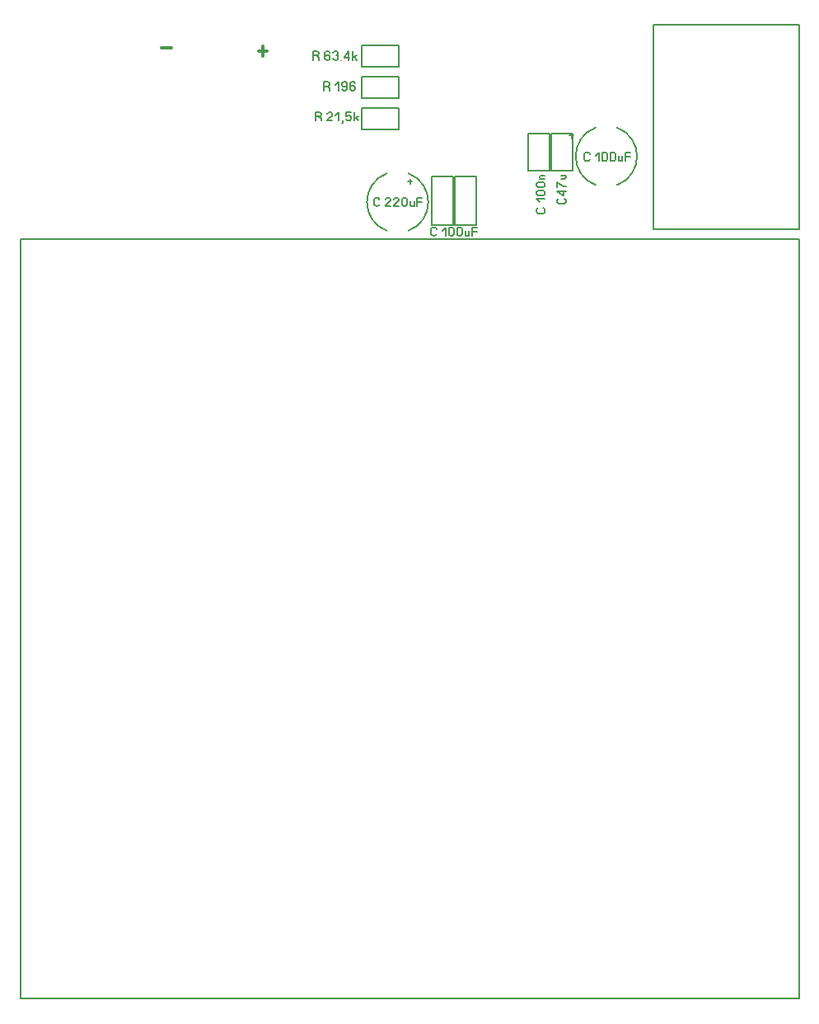
<source format=gbr>
%FSLAX34Y34*%
%MOMM*%
%LNSILK_TOP*%
G71*
G01*
%ADD10C,0.200*%
%ADD11C,0.159*%
%ADD12C,0.150*%
%ADD13C,0.318*%
%LPD*%
G54D10*
X740000Y140000D02*
X590000Y140000D01*
X590000Y-70000D01*
X740000Y-70000D01*
X740000Y140000D01*
G54D10*
X-60000Y-80000D02*
X740000Y-80000D01*
X740000Y-860000D01*
X-60000Y-860000D01*
X-60000Y-80000D01*
G54D11*
X243667Y108444D02*
X245667Y107333D01*
X246333Y106222D01*
X246333Y104000D01*
G54D11*
X241000Y104000D02*
X241000Y112889D01*
X244333Y112889D01*
X245667Y112333D01*
X246333Y111222D01*
X246333Y110111D01*
X245667Y109000D01*
X244333Y108444D01*
X241000Y108444D01*
G54D11*
X258021Y111222D02*
X257355Y112333D01*
X256021Y112889D01*
X254688Y112889D01*
X253355Y112333D01*
X252688Y111222D01*
X252688Y108444D01*
X252688Y107889D01*
X254688Y109000D01*
X256021Y109000D01*
X257355Y108444D01*
X258021Y107333D01*
X258021Y105667D01*
X257355Y104556D01*
X256021Y104000D01*
X254688Y104000D01*
X253355Y104556D01*
X252688Y105667D01*
X252688Y108444D01*
G54D11*
X261132Y111222D02*
X261799Y112333D01*
X263132Y112889D01*
X264465Y112889D01*
X265799Y112333D01*
X266465Y111222D01*
X266465Y110111D01*
X265799Y109000D01*
X264465Y108444D01*
X265799Y107889D01*
X266465Y106778D01*
X266465Y105667D01*
X265799Y104556D01*
X264465Y104000D01*
X263132Y104000D01*
X261799Y104556D01*
X261132Y105667D01*
G54D11*
X269576Y104000D02*
X269576Y104000D01*
G54D11*
X276687Y104000D02*
X276687Y112889D01*
X272687Y107333D01*
X272687Y106222D01*
X278020Y106222D01*
G54D11*
X281131Y104000D02*
X281131Y112889D01*
G54D11*
X283131Y107333D02*
X285131Y104000D01*
G54D11*
X281131Y106222D02*
X285131Y109000D01*
G54D11*
X254667Y76944D02*
X256667Y75833D01*
X257333Y74722D01*
X257333Y72500D01*
G54D11*
X252000Y72500D02*
X252000Y81389D01*
X255333Y81389D01*
X256667Y80833D01*
X257333Y79722D01*
X257333Y78611D01*
X256667Y77500D01*
X255333Y76944D01*
X252000Y76944D01*
G54D11*
X263688Y78056D02*
X267021Y81389D01*
X267021Y72500D01*
G54D11*
X270132Y74167D02*
X270799Y73056D01*
X272132Y72500D01*
X273465Y72500D01*
X274799Y73056D01*
X275465Y74167D01*
X275465Y76944D01*
X275465Y77500D01*
X273465Y76389D01*
X272132Y76389D01*
X270799Y76944D01*
X270132Y78056D01*
X270132Y79722D01*
X270799Y80833D01*
X272132Y81389D01*
X273465Y81389D01*
X274799Y80833D01*
X275465Y79722D01*
X275465Y76944D01*
G54D11*
X283909Y79722D02*
X283243Y80833D01*
X281909Y81389D01*
X280576Y81389D01*
X279243Y80833D01*
X278576Y79722D01*
X278576Y76944D01*
X278576Y76389D01*
X280576Y77500D01*
X281909Y77500D01*
X283243Y76944D01*
X283909Y75833D01*
X283909Y74167D01*
X283243Y73056D01*
X281909Y72500D01*
X280576Y72500D01*
X279243Y73056D01*
X278576Y74167D01*
X278576Y76944D01*
G54D11*
X246167Y45944D02*
X248167Y44833D01*
X248833Y43722D01*
X248833Y41500D01*
G54D11*
X243500Y41500D02*
X243500Y50389D01*
X246833Y50389D01*
X248167Y49833D01*
X248833Y48722D01*
X248833Y47611D01*
X248167Y46500D01*
X246833Y45944D01*
X243500Y45944D01*
G54D11*
X260521Y41500D02*
X255188Y41500D01*
X255188Y42056D01*
X255855Y43167D01*
X259855Y46500D01*
X260521Y47611D01*
X260521Y48722D01*
X259855Y49833D01*
X258521Y50389D01*
X257188Y50389D01*
X255855Y49833D01*
X255188Y48722D01*
G54D11*
X263632Y47056D02*
X266965Y50389D01*
X266965Y41500D01*
G54D11*
X271409Y41500D02*
X271409Y40389D01*
X270743Y39278D01*
X270076Y39278D01*
G54D11*
X279853Y50389D02*
X274520Y50389D01*
X274520Y46500D01*
X275187Y46500D01*
X276520Y47056D01*
X277853Y47056D01*
X279187Y46500D01*
X279853Y45389D01*
X279853Y43167D01*
X279187Y42056D01*
X277853Y41500D01*
X276520Y41500D01*
X275187Y42056D01*
X274520Y43167D01*
G54D11*
X282964Y41500D02*
X282964Y50389D01*
G54D11*
X284964Y44833D02*
X286964Y41500D01*
G54D11*
X282964Y43722D02*
X286964Y46500D01*
G54D11*
X477253Y-48160D02*
X478364Y-48827D01*
X478919Y-50160D01*
X478920Y-51493D01*
X478364Y-52827D01*
X477253Y-53493D01*
X471697Y-53493D01*
X470586Y-52827D01*
X470031Y-51493D01*
X470031Y-50160D01*
X470586Y-48827D01*
X471697Y-48160D01*
G54D11*
X473364Y-41805D02*
X470031Y-38472D01*
X478919Y-38472D01*
G54D11*
X471697Y-30028D02*
X477253Y-30028D01*
X478364Y-30695D01*
X478919Y-32028D01*
X478919Y-33361D01*
X478364Y-34695D01*
X477253Y-35361D01*
X471697Y-35361D01*
X470586Y-34695D01*
X470031Y-33361D01*
X470031Y-32028D01*
X470586Y-30695D01*
X471697Y-30028D01*
G54D11*
X471697Y-21584D02*
X477253Y-21584D01*
X478364Y-22251D01*
X478919Y-23584D01*
X478920Y-24917D01*
X478364Y-26251D01*
X477253Y-26917D01*
X471697Y-26917D01*
X470586Y-26251D01*
X470031Y-24917D01*
X470031Y-23584D01*
X470586Y-22251D01*
X471697Y-21584D01*
G54D11*
X478919Y-18473D02*
X473920Y-18473D01*
G54D11*
X475031Y-18473D02*
X474253Y-17807D01*
X473919Y-16473D01*
X474253Y-15140D01*
X475031Y-14473D01*
X478920Y-14473D01*
G54D11*
X498650Y-38416D02*
X499762Y-39082D01*
X500317Y-40416D01*
X500317Y-41749D01*
X499762Y-43082D01*
X498650Y-43749D01*
X493095Y-43749D01*
X491984Y-43082D01*
X491428Y-41749D01*
X491428Y-40416D01*
X491984Y-39082D01*
X493095Y-38416D01*
G54D11*
X500317Y-31305D02*
X491428Y-31305D01*
X496984Y-35305D01*
X498095Y-35305D01*
X498095Y-29972D01*
G54D11*
X491428Y-26861D02*
X491428Y-21528D01*
X492539Y-22194D01*
X494206Y-23528D01*
X496428Y-24861D01*
X498095Y-25528D01*
X500317Y-25528D01*
G54D11*
X495317Y-14417D02*
X500317Y-14417D01*
G54D11*
X499206Y-14417D02*
X500095Y-15084D01*
X500317Y-16417D01*
X500095Y-17750D01*
X499206Y-18417D01*
X495317Y-18417D01*
G54D12*
X461500Y28000D02*
X483500Y28000D01*
X483500Y-10000D01*
X461500Y-10000D01*
X461500Y28000D01*
G54D12*
X485500Y28000D02*
X507500Y28000D01*
X507500Y-10000D01*
X485500Y-10000D01*
X485500Y28000D01*
G54D12*
X329000Y119000D02*
X329000Y97000D01*
X291000Y97000D01*
X291000Y119000D01*
X329000Y119000D01*
G54D12*
X329000Y87000D02*
X329000Y65000D01*
X291000Y65000D01*
X291000Y87000D01*
X329000Y87000D01*
G54D12*
X329000Y55000D02*
X329000Y33000D01*
X291000Y33000D01*
X291000Y55000D01*
X329000Y55000D01*
G54D10*
G75*
G01X552774Y-24600D02*
G03X552774Y34600I-10774J29600D01*
G01*
G54D10*
G75*
G01X531226Y34600D02*
G03X531226Y-24600I10774J-29600D01*
G01*
G54D11*
X506389Y29000D02*
X506389Y23667D01*
G54D11*
X508611Y26333D02*
X504167Y26333D01*
G54D11*
X524809Y1931D02*
X524142Y820D01*
X522809Y264D01*
X521476Y264D01*
X520142Y820D01*
X519476Y1931D01*
X519476Y7486D01*
X520142Y8598D01*
X521476Y9153D01*
X522809Y9153D01*
X524142Y8598D01*
X524809Y7487D01*
G54D11*
X531164Y5820D02*
X534497Y9153D01*
X534497Y264D01*
G54D11*
X542941Y7487D02*
X542941Y1931D01*
X542274Y820D01*
X540941Y264D01*
X539608Y264D01*
X538274Y820D01*
X537608Y1931D01*
X537608Y7486D01*
X538274Y8598D01*
X539608Y9153D01*
X540941Y9153D01*
X542274Y8598D01*
X542941Y7487D01*
G54D11*
X551385Y7487D02*
X551385Y1931D01*
X550718Y820D01*
X549385Y264D01*
X548052Y264D01*
X546718Y820D01*
X546052Y1931D01*
X546052Y7486D01*
X546718Y8598D01*
X548052Y9153D01*
X549385Y9153D01*
X550718Y8598D01*
X551385Y7487D01*
G54D11*
X558496Y5264D02*
X558496Y264D01*
G54D11*
X558496Y1376D02*
X557829Y486D01*
X556496Y264D01*
X555162Y487D01*
X554496Y1376D01*
X554496Y5264D01*
G54D11*
X561607Y264D02*
X561607Y9153D01*
X566273Y9153D01*
G54D11*
X561607Y4709D02*
X566273Y4709D01*
G54D12*
X386500Y-16000D02*
X408500Y-16000D01*
X408500Y-66000D01*
X386500Y-66000D01*
X386500Y-16000D01*
G54D12*
X362500Y-16000D02*
X384500Y-16000D01*
X384500Y-66000D01*
X362500Y-66000D01*
X362500Y-16000D01*
G54D10*
G75*
G01X338274Y-71600D02*
G03X338274Y-12400I-10774J29600D01*
G01*
G54D10*
G75*
G01X316726Y-12400D02*
G03X316726Y-71600I10774J-29600D01*
G01*
G54D11*
X340389Y-18000D02*
X340389Y-23333D01*
G54D11*
X342611Y-20667D02*
X338167Y-20667D01*
G54D13*
X189111Y107833D02*
X189111Y118500D01*
G54D13*
X184666Y113166D02*
X193555Y113166D01*
G54D13*
X84778Y116666D02*
X95445Y116666D01*
G54D11*
X308809Y-44569D02*
X308142Y-45680D01*
X306809Y-46236D01*
X305476Y-46236D01*
X304142Y-45680D01*
X303476Y-44569D01*
X303476Y-39013D01*
X304142Y-37902D01*
X305476Y-37347D01*
X306809Y-37347D01*
X308142Y-37902D01*
X308809Y-39013D01*
G54D11*
X320497Y-46236D02*
X315164Y-46236D01*
X315164Y-45680D01*
X315830Y-44569D01*
X319830Y-41236D01*
X320497Y-40124D01*
X320497Y-39013D01*
X319830Y-37902D01*
X318497Y-37347D01*
X317164Y-37347D01*
X315830Y-37902D01*
X315164Y-39013D01*
G54D11*
X328941Y-46236D02*
X323608Y-46236D01*
X323608Y-45680D01*
X324274Y-44569D01*
X328274Y-41236D01*
X328941Y-40124D01*
X328941Y-39013D01*
X328274Y-37902D01*
X326941Y-37347D01*
X325608Y-37347D01*
X324274Y-37902D01*
X323608Y-39013D01*
G54D11*
X337385Y-39013D02*
X337385Y-44569D01*
X336718Y-45680D01*
X335385Y-46236D01*
X334052Y-46236D01*
X332718Y-45680D01*
X332052Y-44569D01*
X332052Y-39013D01*
X332718Y-37902D01*
X334052Y-37347D01*
X335385Y-37347D01*
X336718Y-37902D01*
X337385Y-39013D01*
G54D11*
X344496Y-41236D02*
X344496Y-46236D01*
G54D11*
X344496Y-45124D02*
X343829Y-46013D01*
X342496Y-46236D01*
X341162Y-46013D01*
X340496Y-45124D01*
X340496Y-41236D01*
G54D11*
X347607Y-46236D02*
X347607Y-37347D01*
X352273Y-37347D01*
G54D11*
X347607Y-41791D02*
X352273Y-41791D01*
G54D11*
X367309Y-75069D02*
X366642Y-76180D01*
X365309Y-76736D01*
X363976Y-76736D01*
X362642Y-76180D01*
X361976Y-75069D01*
X361976Y-69514D01*
X362642Y-68402D01*
X363976Y-67847D01*
X365309Y-67847D01*
X366642Y-68402D01*
X367309Y-69514D01*
G54D11*
X373664Y-71180D02*
X376997Y-67847D01*
X376997Y-76736D01*
G54D11*
X385441Y-69514D02*
X385441Y-75069D01*
X384774Y-76180D01*
X383441Y-76736D01*
X382108Y-76736D01*
X380774Y-76180D01*
X380108Y-75069D01*
X380108Y-69514D01*
X380774Y-68402D01*
X382108Y-67847D01*
X383441Y-67847D01*
X384774Y-68402D01*
X385441Y-69514D01*
G54D11*
X393885Y-69514D02*
X393885Y-75069D01*
X393218Y-76180D01*
X391885Y-76736D01*
X390552Y-76736D01*
X389218Y-76180D01*
X388552Y-75069D01*
X388552Y-69514D01*
X389218Y-68402D01*
X390552Y-67847D01*
X391885Y-67847D01*
X393218Y-68402D01*
X393885Y-69514D01*
G54D11*
X400996Y-71736D02*
X400996Y-76736D01*
G54D11*
X400996Y-75624D02*
X400329Y-76514D01*
X398996Y-76736D01*
X397662Y-76514D01*
X396996Y-75624D01*
X396996Y-71736D01*
G54D11*
X404107Y-76736D02*
X404107Y-67847D01*
X408773Y-67847D01*
G54D11*
X404107Y-72291D02*
X408773Y-72291D01*
M02*

</source>
